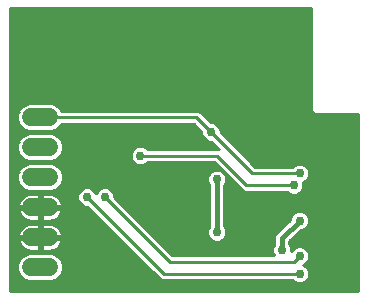
<source format=gbl>
G75*
%MOIN*%
%OFA0B0*%
%FSLAX25Y25*%
%IPPOS*%
%LPD*%
%AMOC8*
5,1,8,0,0,1.08239X$1,22.5*
%
%ADD10C,0.05906*%
%ADD11C,0.02984*%
%ADD12C,0.01000*%
%ADD13C,0.01600*%
D10*
X0128491Y0121850D02*
X0134396Y0121850D01*
X0134396Y0131850D02*
X0128491Y0131850D01*
X0128491Y0141850D02*
X0134396Y0141850D01*
X0134396Y0151850D02*
X0128491Y0151850D01*
X0128491Y0161850D02*
X0134396Y0161850D01*
X0134396Y0171850D02*
X0128491Y0171850D01*
D11*
X0154570Y0159071D03*
X0164751Y0159094D03*
X0170554Y0151118D03*
X0152940Y0145315D03*
X0147034Y0145315D03*
X0190341Y0151220D03*
X0200790Y0160724D03*
X0188373Y0166969D03*
X0175475Y0179071D03*
X0217900Y0153189D03*
X0215932Y0149252D03*
X0220475Y0144976D03*
X0217900Y0137441D03*
X0203743Y0132181D03*
X0211995Y0127598D03*
X0217900Y0125630D03*
X0217900Y0119724D03*
X0214570Y0115449D03*
X0190341Y0133504D03*
D12*
X0121475Y0113850D02*
X0121475Y0208276D01*
X0221806Y0208276D01*
X0221806Y0174014D01*
X0222977Y0172843D01*
X0237475Y0172843D01*
X0237475Y0113850D01*
X0121475Y0113850D01*
X0121475Y0114846D02*
X0237475Y0114846D01*
X0237475Y0115844D02*
X0121475Y0115844D01*
X0121475Y0116843D02*
X0216515Y0116843D01*
X0216092Y0117018D02*
X0217265Y0116532D01*
X0218535Y0116532D01*
X0219708Y0117018D01*
X0220606Y0117916D01*
X0221092Y0119089D01*
X0221092Y0120359D01*
X0220606Y0121533D01*
X0219708Y0122431D01*
X0219113Y0122677D01*
X0219708Y0122924D01*
X0220606Y0123822D01*
X0221092Y0124995D01*
X0221092Y0126265D01*
X0220606Y0127438D01*
X0219708Y0128336D01*
X0218535Y0128822D01*
X0217265Y0128822D01*
X0216092Y0128336D01*
X0215194Y0127438D01*
X0215187Y0127421D01*
X0215187Y0128233D01*
X0214701Y0129407D01*
X0214495Y0129613D01*
X0214495Y0130500D01*
X0218244Y0134249D01*
X0218535Y0134249D01*
X0219708Y0134735D01*
X0220606Y0135633D01*
X0221092Y0136806D01*
X0221092Y0138076D01*
X0220606Y0139249D01*
X0219708Y0140147D01*
X0218535Y0140633D01*
X0217265Y0140633D01*
X0216092Y0140147D01*
X0215194Y0139249D01*
X0214708Y0138076D01*
X0214708Y0137784D01*
X0209875Y0132952D01*
X0209495Y0132033D01*
X0209495Y0129613D01*
X0209289Y0129407D01*
X0208803Y0128233D01*
X0208803Y0126963D01*
X0209259Y0125861D01*
X0175504Y0125861D01*
X0156132Y0145234D01*
X0156132Y0145950D01*
X0155646Y0147123D01*
X0154748Y0148021D01*
X0153575Y0148507D01*
X0152305Y0148507D01*
X0151131Y0148021D01*
X0150233Y0147123D01*
X0149987Y0146528D01*
X0149740Y0147123D01*
X0148842Y0148021D01*
X0147669Y0148507D01*
X0146399Y0148507D01*
X0145226Y0148021D01*
X0144328Y0147123D01*
X0143842Y0145950D01*
X0143842Y0144680D01*
X0144328Y0143507D01*
X0145226Y0142609D01*
X0146399Y0142123D01*
X0147115Y0142123D01*
X0171713Y0117524D01*
X0173536Y0117524D01*
X0215586Y0117524D01*
X0216092Y0117018D01*
X0219285Y0116843D02*
X0237475Y0116843D01*
X0237475Y0117841D02*
X0220532Y0117841D01*
X0220989Y0118840D02*
X0237475Y0118840D01*
X0237475Y0119838D02*
X0221092Y0119838D01*
X0220895Y0120837D02*
X0237475Y0120837D01*
X0237475Y0121836D02*
X0220303Y0121836D01*
X0219492Y0122834D02*
X0237475Y0122834D01*
X0237475Y0123833D02*
X0220611Y0123833D01*
X0221024Y0124831D02*
X0237475Y0124831D01*
X0237475Y0125830D02*
X0221092Y0125830D01*
X0220859Y0126828D02*
X0237475Y0126828D01*
X0237475Y0127827D02*
X0220218Y0127827D01*
X0217900Y0125630D02*
X0215932Y0123661D01*
X0174593Y0123661D01*
X0152940Y0145315D01*
X0155780Y0146798D02*
X0187841Y0146798D01*
X0187841Y0145800D02*
X0156132Y0145800D01*
X0156565Y0144801D02*
X0187841Y0144801D01*
X0187841Y0143803D02*
X0157563Y0143803D01*
X0158562Y0142804D02*
X0187841Y0142804D01*
X0187841Y0141806D02*
X0159560Y0141806D01*
X0160559Y0140807D02*
X0187841Y0140807D01*
X0187841Y0139809D02*
X0161557Y0139809D01*
X0162556Y0138810D02*
X0187841Y0138810D01*
X0187841Y0137812D02*
X0163554Y0137812D01*
X0164553Y0136813D02*
X0187841Y0136813D01*
X0187841Y0135815D02*
X0165551Y0135815D01*
X0166550Y0134816D02*
X0187430Y0134816D01*
X0187635Y0135312D02*
X0187149Y0134139D01*
X0187149Y0132869D01*
X0187635Y0131696D01*
X0188533Y0130798D01*
X0189706Y0130312D01*
X0190976Y0130312D01*
X0192149Y0130798D01*
X0193047Y0131696D01*
X0193533Y0132869D01*
X0193533Y0134139D01*
X0193047Y0135312D01*
X0192841Y0135518D01*
X0192841Y0149206D01*
X0193047Y0149412D01*
X0193533Y0150586D01*
X0193533Y0151855D01*
X0193047Y0153029D01*
X0192149Y0153927D01*
X0190976Y0154413D01*
X0189706Y0154413D01*
X0188533Y0153927D01*
X0187635Y0153029D01*
X0187149Y0151855D01*
X0187149Y0150586D01*
X0187635Y0149412D01*
X0187841Y0149206D01*
X0187841Y0135518D01*
X0187635Y0135312D01*
X0187149Y0133818D02*
X0167548Y0133818D01*
X0168547Y0132819D02*
X0187170Y0132819D01*
X0187583Y0131821D02*
X0169545Y0131821D01*
X0170544Y0130822D02*
X0188509Y0130822D01*
X0192174Y0130822D02*
X0209495Y0130822D01*
X0209495Y0129824D02*
X0171542Y0129824D01*
X0172541Y0128825D02*
X0209048Y0128825D01*
X0208803Y0127827D02*
X0173539Y0127827D01*
X0174538Y0126828D02*
X0208859Y0126828D01*
X0214942Y0128825D02*
X0237475Y0128825D01*
X0237475Y0129824D02*
X0214495Y0129824D01*
X0214817Y0130822D02*
X0237475Y0130822D01*
X0237475Y0131821D02*
X0215815Y0131821D01*
X0216814Y0132819D02*
X0237475Y0132819D01*
X0237475Y0133818D02*
X0217812Y0133818D01*
X0219790Y0134816D02*
X0237475Y0134816D01*
X0237475Y0135815D02*
X0220682Y0135815D01*
X0221092Y0136813D02*
X0237475Y0136813D01*
X0237475Y0137812D02*
X0221092Y0137812D01*
X0220788Y0138810D02*
X0237475Y0138810D01*
X0237475Y0139809D02*
X0220047Y0139809D01*
X0215754Y0139809D02*
X0192841Y0139809D01*
X0192841Y0140807D02*
X0237475Y0140807D01*
X0237475Y0141806D02*
X0192841Y0141806D01*
X0192841Y0142804D02*
X0237475Y0142804D01*
X0237475Y0143803D02*
X0192841Y0143803D01*
X0192841Y0144801D02*
X0237475Y0144801D01*
X0237475Y0145800D02*
X0192841Y0145800D01*
X0192841Y0146798D02*
X0213871Y0146798D01*
X0214124Y0146546D02*
X0215297Y0146060D01*
X0216567Y0146060D01*
X0217740Y0146546D01*
X0218638Y0147444D01*
X0219124Y0148617D01*
X0219124Y0149887D01*
X0218999Y0150189D01*
X0219708Y0150483D01*
X0220606Y0151381D01*
X0221092Y0152554D01*
X0221092Y0153824D01*
X0220606Y0154997D01*
X0219708Y0155895D01*
X0218535Y0156381D01*
X0217265Y0156381D01*
X0216092Y0155895D01*
X0215586Y0155389D01*
X0203063Y0155389D01*
X0191565Y0166888D01*
X0191565Y0167603D01*
X0191079Y0168777D01*
X0190181Y0169675D01*
X0189008Y0170161D01*
X0188292Y0170161D01*
X0184402Y0174050D01*
X0138521Y0174050D01*
X0138341Y0174486D01*
X0137032Y0175795D01*
X0135322Y0176503D01*
X0127565Y0176503D01*
X0125855Y0175795D01*
X0124546Y0174486D01*
X0123838Y0172776D01*
X0123838Y0170925D01*
X0124546Y0169215D01*
X0125855Y0167906D01*
X0127565Y0167198D01*
X0135322Y0167198D01*
X0137032Y0167906D01*
X0138341Y0169215D01*
X0138521Y0169650D01*
X0182580Y0169650D01*
X0185181Y0167049D01*
X0185181Y0166334D01*
X0185667Y0165160D01*
X0186565Y0164262D01*
X0187738Y0163776D01*
X0188454Y0163776D01*
X0190935Y0161294D01*
X0167065Y0161294D01*
X0166559Y0161801D01*
X0165386Y0162287D01*
X0164116Y0162287D01*
X0162942Y0161801D01*
X0162045Y0160903D01*
X0161559Y0159729D01*
X0161559Y0158460D01*
X0162045Y0157286D01*
X0162942Y0156388D01*
X0164116Y0155902D01*
X0165386Y0155902D01*
X0166559Y0156388D01*
X0167065Y0156894D01*
X0189430Y0156894D01*
X0199272Y0147052D01*
X0213617Y0147052D01*
X0214124Y0146546D01*
X0215932Y0149252D02*
X0200184Y0149252D01*
X0190341Y0159094D01*
X0164751Y0159094D01*
X0166954Y0156783D02*
X0189541Y0156783D01*
X0190540Y0155785D02*
X0137042Y0155785D01*
X0137032Y0155795D02*
X0135322Y0156503D01*
X0127565Y0156503D01*
X0125855Y0155795D01*
X0124546Y0154486D01*
X0123838Y0152776D01*
X0123838Y0150925D01*
X0124546Y0149215D01*
X0125855Y0147906D01*
X0127565Y0147198D01*
X0135322Y0147198D01*
X0137032Y0147906D01*
X0138341Y0149215D01*
X0139049Y0150925D01*
X0139049Y0152776D01*
X0138341Y0154486D01*
X0137032Y0155795D01*
X0138040Y0154786D02*
X0191538Y0154786D01*
X0192288Y0153788D02*
X0192537Y0153788D01*
X0193146Y0152789D02*
X0193535Y0152789D01*
X0193533Y0151791D02*
X0194534Y0151791D01*
X0195532Y0150792D02*
X0193533Y0150792D01*
X0193205Y0149794D02*
X0196531Y0149794D01*
X0197529Y0148795D02*
X0192841Y0148795D01*
X0192841Y0147797D02*
X0198528Y0147797D01*
X0202152Y0153189D02*
X0217900Y0153189D01*
X0220776Y0151791D02*
X0237475Y0151791D01*
X0237475Y0152789D02*
X0221092Y0152789D01*
X0221092Y0153788D02*
X0237475Y0153788D01*
X0237475Y0154786D02*
X0220694Y0154786D01*
X0219819Y0155785D02*
X0237475Y0155785D01*
X0237475Y0156783D02*
X0201669Y0156783D01*
X0202668Y0155785D02*
X0215982Y0155785D01*
X0220018Y0150792D02*
X0237475Y0150792D01*
X0237475Y0149794D02*
X0219124Y0149794D01*
X0219124Y0148795D02*
X0237475Y0148795D01*
X0237475Y0147797D02*
X0218784Y0147797D01*
X0217992Y0146798D02*
X0237475Y0146798D01*
X0237475Y0157782D02*
X0200671Y0157782D01*
X0199672Y0158780D02*
X0237475Y0158780D01*
X0237475Y0159779D02*
X0198674Y0159779D01*
X0197675Y0160777D02*
X0237475Y0160777D01*
X0237475Y0161776D02*
X0196677Y0161776D01*
X0195678Y0162774D02*
X0237475Y0162774D01*
X0237475Y0163773D02*
X0194679Y0163773D01*
X0193681Y0164771D02*
X0237475Y0164771D01*
X0237475Y0165770D02*
X0192682Y0165770D01*
X0191684Y0166769D02*
X0237475Y0166769D01*
X0237475Y0167767D02*
X0191497Y0167767D01*
X0191083Y0168766D02*
X0237475Y0168766D01*
X0237475Y0169764D02*
X0189965Y0169764D01*
X0187690Y0170763D02*
X0237475Y0170763D01*
X0237475Y0171761D02*
X0186691Y0171761D01*
X0185693Y0172760D02*
X0237475Y0172760D01*
X0222062Y0173758D02*
X0184694Y0173758D01*
X0183491Y0171850D02*
X0188373Y0166969D01*
X0202152Y0153189D01*
X0188394Y0153788D02*
X0138630Y0153788D01*
X0139043Y0152789D02*
X0187536Y0152789D01*
X0187149Y0151791D02*
X0139049Y0151791D01*
X0138994Y0150792D02*
X0187149Y0150792D01*
X0187477Y0149794D02*
X0138581Y0149794D01*
X0137921Y0148795D02*
X0187841Y0148795D01*
X0187841Y0147797D02*
X0154972Y0147797D01*
X0150907Y0147797D02*
X0149067Y0147797D01*
X0149875Y0146798D02*
X0150099Y0146798D01*
X0147034Y0145315D02*
X0172625Y0119724D01*
X0217900Y0119724D01*
X0215583Y0127827D02*
X0215187Y0127827D01*
X0209495Y0131821D02*
X0193099Y0131821D01*
X0193513Y0132819D02*
X0209820Y0132819D01*
X0210741Y0133818D02*
X0193533Y0133818D01*
X0193253Y0134816D02*
X0211740Y0134816D01*
X0212738Y0135815D02*
X0192841Y0135815D01*
X0192841Y0136813D02*
X0213737Y0136813D01*
X0214708Y0137812D02*
X0192841Y0137812D01*
X0192841Y0138810D02*
X0215012Y0138810D01*
X0190454Y0161776D02*
X0166584Y0161776D01*
X0162918Y0161776D02*
X0139049Y0161776D01*
X0139049Y0160925D02*
X0139049Y0162776D01*
X0138341Y0164486D01*
X0137032Y0165795D01*
X0135322Y0166503D01*
X0127565Y0166503D01*
X0125855Y0165795D01*
X0124546Y0164486D01*
X0123838Y0162776D01*
X0123838Y0160925D01*
X0124546Y0159215D01*
X0125855Y0157906D01*
X0127565Y0157198D01*
X0135322Y0157198D01*
X0137032Y0157906D01*
X0138341Y0159215D01*
X0139049Y0160925D01*
X0138988Y0160777D02*
X0161993Y0160777D01*
X0161579Y0159779D02*
X0138574Y0159779D01*
X0137906Y0158780D02*
X0161559Y0158780D01*
X0161839Y0157782D02*
X0136732Y0157782D01*
X0139049Y0162774D02*
X0189455Y0162774D01*
X0188457Y0163773D02*
X0138636Y0163773D01*
X0138055Y0164771D02*
X0186055Y0164771D01*
X0185414Y0165770D02*
X0137057Y0165770D01*
X0136696Y0167767D02*
X0184463Y0167767D01*
X0185181Y0166769D02*
X0121475Y0166769D01*
X0121475Y0167767D02*
X0126191Y0167767D01*
X0124996Y0168766D02*
X0121475Y0168766D01*
X0121475Y0169764D02*
X0124319Y0169764D01*
X0123905Y0170763D02*
X0121475Y0170763D01*
X0121475Y0171761D02*
X0123838Y0171761D01*
X0123838Y0172760D02*
X0121475Y0172760D01*
X0121475Y0173758D02*
X0124245Y0173758D01*
X0124817Y0174757D02*
X0121475Y0174757D01*
X0121475Y0175755D02*
X0125816Y0175755D01*
X0121475Y0176754D02*
X0221806Y0176754D01*
X0221806Y0177752D02*
X0121475Y0177752D01*
X0121475Y0178751D02*
X0221806Y0178751D01*
X0221806Y0179749D02*
X0121475Y0179749D01*
X0121475Y0180748D02*
X0221806Y0180748D01*
X0221806Y0181746D02*
X0121475Y0181746D01*
X0121475Y0182745D02*
X0221806Y0182745D01*
X0221806Y0183743D02*
X0121475Y0183743D01*
X0121475Y0184742D02*
X0221806Y0184742D01*
X0221806Y0185740D02*
X0121475Y0185740D01*
X0121475Y0186739D02*
X0221806Y0186739D01*
X0221806Y0187737D02*
X0121475Y0187737D01*
X0121475Y0188736D02*
X0221806Y0188736D01*
X0221806Y0189734D02*
X0121475Y0189734D01*
X0121475Y0190733D02*
X0221806Y0190733D01*
X0221806Y0191731D02*
X0121475Y0191731D01*
X0121475Y0192730D02*
X0221806Y0192730D01*
X0221806Y0193728D02*
X0121475Y0193728D01*
X0121475Y0194727D02*
X0221806Y0194727D01*
X0221806Y0195725D02*
X0121475Y0195725D01*
X0121475Y0196724D02*
X0221806Y0196724D01*
X0221806Y0197722D02*
X0121475Y0197722D01*
X0121475Y0198721D02*
X0221806Y0198721D01*
X0221806Y0199719D02*
X0121475Y0199719D01*
X0121475Y0200718D02*
X0221806Y0200718D01*
X0221806Y0201716D02*
X0121475Y0201716D01*
X0121475Y0202715D02*
X0221806Y0202715D01*
X0221806Y0203713D02*
X0121475Y0203713D01*
X0121475Y0204712D02*
X0221806Y0204712D01*
X0221806Y0205710D02*
X0121475Y0205710D01*
X0121475Y0206709D02*
X0221806Y0206709D01*
X0221806Y0207707D02*
X0121475Y0207707D01*
X0137072Y0175755D02*
X0221806Y0175755D01*
X0221806Y0174757D02*
X0138070Y0174757D01*
X0137891Y0168766D02*
X0183464Y0168766D01*
X0183491Y0171850D02*
X0131444Y0171850D01*
X0125830Y0165770D02*
X0121475Y0165770D01*
X0121475Y0164771D02*
X0124832Y0164771D01*
X0124251Y0163773D02*
X0121475Y0163773D01*
X0121475Y0162774D02*
X0123838Y0162774D01*
X0123838Y0161776D02*
X0121475Y0161776D01*
X0121475Y0160777D02*
X0123899Y0160777D01*
X0124313Y0159779D02*
X0121475Y0159779D01*
X0121475Y0158780D02*
X0124981Y0158780D01*
X0126155Y0157782D02*
X0121475Y0157782D01*
X0121475Y0156783D02*
X0162547Y0156783D01*
X0145002Y0147797D02*
X0136768Y0147797D01*
X0136106Y0145977D02*
X0135439Y0146193D01*
X0134747Y0146303D01*
X0131928Y0146303D01*
X0131928Y0142335D01*
X0130959Y0142335D01*
X0130959Y0146303D01*
X0128140Y0146303D01*
X0127448Y0146193D01*
X0126782Y0145977D01*
X0126157Y0145659D01*
X0125590Y0145247D01*
X0125094Y0144751D01*
X0124682Y0144184D01*
X0124364Y0143560D01*
X0124148Y0142893D01*
X0124059Y0142335D01*
X0130959Y0142335D01*
X0130959Y0141366D01*
X0124059Y0141366D01*
X0124148Y0140808D01*
X0124364Y0140141D01*
X0124682Y0139517D01*
X0125094Y0138950D01*
X0125590Y0138454D01*
X0126157Y0138042D01*
X0126782Y0137724D01*
X0127448Y0137507D01*
X0128140Y0137398D01*
X0130959Y0137398D01*
X0130959Y0141366D01*
X0131928Y0141366D01*
X0131928Y0142335D01*
X0138828Y0142335D01*
X0138739Y0142893D01*
X0138523Y0143560D01*
X0138205Y0144184D01*
X0137793Y0144751D01*
X0137297Y0145247D01*
X0136730Y0145659D01*
X0136106Y0145977D01*
X0136453Y0145800D02*
X0143842Y0145800D01*
X0143842Y0144801D02*
X0137743Y0144801D01*
X0138399Y0143803D02*
X0144205Y0143803D01*
X0145030Y0142804D02*
X0138753Y0142804D01*
X0138828Y0141366D02*
X0131928Y0141366D01*
X0131928Y0137398D01*
X0134747Y0137398D01*
X0135439Y0137507D01*
X0136106Y0137724D01*
X0136730Y0138042D01*
X0137297Y0138454D01*
X0137793Y0138950D01*
X0138205Y0139517D01*
X0138523Y0140141D01*
X0138739Y0140808D01*
X0138828Y0141366D01*
X0138739Y0140807D02*
X0148431Y0140807D01*
X0149429Y0139809D02*
X0138353Y0139809D01*
X0137653Y0138810D02*
X0150428Y0138810D01*
X0151426Y0137812D02*
X0136278Y0137812D01*
X0135439Y0136193D02*
X0134747Y0136303D01*
X0131928Y0136303D01*
X0131928Y0132335D01*
X0130959Y0132335D01*
X0130959Y0136303D01*
X0128140Y0136303D01*
X0127448Y0136193D01*
X0126782Y0135977D01*
X0126157Y0135659D01*
X0125590Y0135247D01*
X0125094Y0134751D01*
X0124682Y0134184D01*
X0124364Y0133560D01*
X0124148Y0132893D01*
X0124059Y0132335D01*
X0130959Y0132335D01*
X0130959Y0131366D01*
X0124059Y0131366D01*
X0124148Y0130808D01*
X0124364Y0130141D01*
X0124682Y0129517D01*
X0125094Y0128950D01*
X0125590Y0128454D01*
X0126157Y0128042D01*
X0126782Y0127724D01*
X0127448Y0127507D01*
X0128140Y0127398D01*
X0130959Y0127398D01*
X0130959Y0131366D01*
X0131928Y0131366D01*
X0131928Y0132335D01*
X0138828Y0132335D01*
X0138739Y0132893D01*
X0138523Y0133560D01*
X0138205Y0134184D01*
X0137793Y0134751D01*
X0137297Y0135247D01*
X0136730Y0135659D01*
X0136106Y0135977D01*
X0135439Y0136193D01*
X0136424Y0135815D02*
X0153423Y0135815D01*
X0152425Y0136813D02*
X0121475Y0136813D01*
X0121475Y0135815D02*
X0126463Y0135815D01*
X0125159Y0134816D02*
X0121475Y0134816D01*
X0121475Y0133818D02*
X0124496Y0133818D01*
X0124136Y0132819D02*
X0121475Y0132819D01*
X0121475Y0131821D02*
X0130959Y0131821D01*
X0131928Y0131821D02*
X0157417Y0131821D01*
X0156419Y0132819D02*
X0138751Y0132819D01*
X0138391Y0133818D02*
X0155420Y0133818D01*
X0154422Y0134816D02*
X0137728Y0134816D01*
X0138828Y0131366D02*
X0131928Y0131366D01*
X0131928Y0127398D01*
X0134747Y0127398D01*
X0135439Y0127507D01*
X0136106Y0127724D01*
X0136730Y0128042D01*
X0137297Y0128454D01*
X0137793Y0128950D01*
X0138205Y0129517D01*
X0138523Y0130141D01*
X0138739Y0130808D01*
X0138828Y0131366D01*
X0138742Y0130822D02*
X0158416Y0130822D01*
X0159414Y0129824D02*
X0138361Y0129824D01*
X0137668Y0128825D02*
X0160413Y0128825D01*
X0161411Y0127827D02*
X0136307Y0127827D01*
X0135322Y0126503D02*
X0127565Y0126503D01*
X0125855Y0125795D01*
X0124546Y0124486D01*
X0123838Y0122776D01*
X0123838Y0120925D01*
X0124546Y0119215D01*
X0125855Y0117906D01*
X0127565Y0117198D01*
X0135322Y0117198D01*
X0137032Y0117906D01*
X0138341Y0119215D01*
X0139049Y0120925D01*
X0139049Y0122776D01*
X0138341Y0124486D01*
X0137032Y0125795D01*
X0135322Y0126503D01*
X0136948Y0125830D02*
X0163408Y0125830D01*
X0162410Y0126828D02*
X0121475Y0126828D01*
X0121475Y0125830D02*
X0125939Y0125830D01*
X0124891Y0124831D02*
X0121475Y0124831D01*
X0121475Y0123833D02*
X0124276Y0123833D01*
X0123862Y0122834D02*
X0121475Y0122834D01*
X0121475Y0121836D02*
X0123838Y0121836D01*
X0123874Y0120837D02*
X0121475Y0120837D01*
X0121475Y0119838D02*
X0124288Y0119838D01*
X0124921Y0118840D02*
X0121475Y0118840D01*
X0121475Y0117841D02*
X0126011Y0117841D01*
X0136876Y0117841D02*
X0171396Y0117841D01*
X0170398Y0118840D02*
X0137966Y0118840D01*
X0138599Y0119838D02*
X0169399Y0119838D01*
X0168401Y0120837D02*
X0139013Y0120837D01*
X0139049Y0121836D02*
X0167402Y0121836D01*
X0166404Y0122834D02*
X0139025Y0122834D01*
X0138611Y0123833D02*
X0165405Y0123833D01*
X0164407Y0124831D02*
X0137996Y0124831D01*
X0131928Y0127827D02*
X0130959Y0127827D01*
X0130959Y0128825D02*
X0131928Y0128825D01*
X0131928Y0129824D02*
X0130959Y0129824D01*
X0130959Y0130822D02*
X0131928Y0130822D01*
X0131928Y0132819D02*
X0130959Y0132819D01*
X0130959Y0133818D02*
X0131928Y0133818D01*
X0131928Y0134816D02*
X0130959Y0134816D01*
X0130959Y0135815D02*
X0131928Y0135815D01*
X0131928Y0137812D02*
X0130959Y0137812D01*
X0130959Y0138810D02*
X0131928Y0138810D01*
X0131928Y0139809D02*
X0130959Y0139809D01*
X0130959Y0140807D02*
X0131928Y0140807D01*
X0131928Y0141806D02*
X0147432Y0141806D01*
X0144193Y0146798D02*
X0121475Y0146798D01*
X0121475Y0145800D02*
X0126434Y0145800D01*
X0125145Y0144801D02*
X0121475Y0144801D01*
X0121475Y0143803D02*
X0124488Y0143803D01*
X0124134Y0142804D02*
X0121475Y0142804D01*
X0121475Y0141806D02*
X0130959Y0141806D01*
X0130959Y0142804D02*
X0131928Y0142804D01*
X0131928Y0143803D02*
X0130959Y0143803D01*
X0130959Y0144801D02*
X0131928Y0144801D01*
X0131928Y0145800D02*
X0130959Y0145800D01*
X0126119Y0147797D02*
X0121475Y0147797D01*
X0121475Y0148795D02*
X0124966Y0148795D01*
X0124307Y0149794D02*
X0121475Y0149794D01*
X0121475Y0150792D02*
X0123893Y0150792D01*
X0123838Y0151791D02*
X0121475Y0151791D01*
X0121475Y0152789D02*
X0123844Y0152789D01*
X0124257Y0153788D02*
X0121475Y0153788D01*
X0121475Y0154786D02*
X0124847Y0154786D01*
X0125845Y0155785D02*
X0121475Y0155785D01*
X0121475Y0140807D02*
X0124148Y0140807D01*
X0124534Y0139809D02*
X0121475Y0139809D01*
X0121475Y0138810D02*
X0125234Y0138810D01*
X0126609Y0137812D02*
X0121475Y0137812D01*
X0121475Y0130822D02*
X0124145Y0130822D01*
X0124526Y0129824D02*
X0121475Y0129824D01*
X0121475Y0128825D02*
X0125219Y0128825D01*
X0126580Y0127827D02*
X0121475Y0127827D01*
D13*
X0190341Y0133504D02*
X0190341Y0151220D01*
X0211995Y0131535D02*
X0217900Y0137441D01*
X0211995Y0131535D02*
X0211995Y0127598D01*
M02*

</source>
